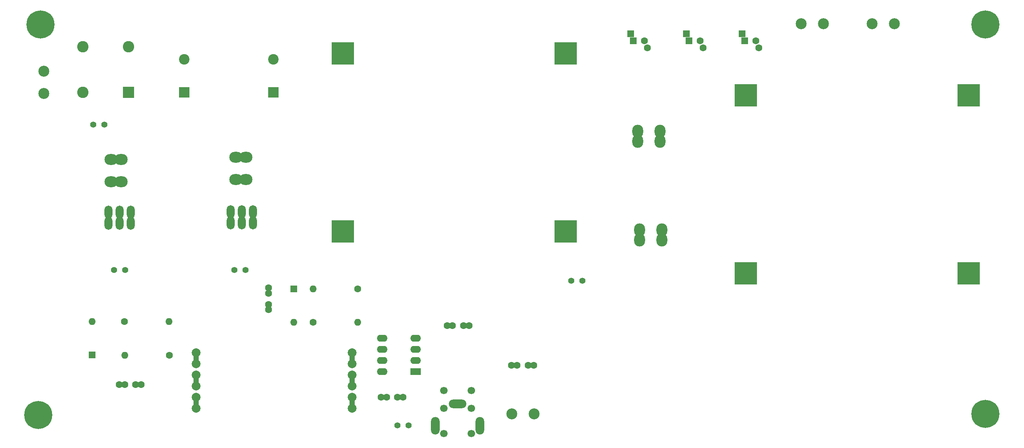
<source format=gbr>
%TF.GenerationSoftware,KiCad,Pcbnew,(6.0.10-0)*%
%TF.CreationDate,2023-02-08T17:30:20+03:00*%
%TF.ProjectId,EEEE2046_PCB_Template,45454545-3230-4343-965f-5043425f5465,rev?*%
%TF.SameCoordinates,Original*%
%TF.FileFunction,Soldermask,Bot*%
%TF.FilePolarity,Negative*%
%FSLAX46Y46*%
G04 Gerber Fmt 4.6, Leading zero omitted, Abs format (unit mm)*
G04 Created by KiCad (PCBNEW (6.0.10-0)) date 2023-02-08 17:30:20*
%MOMM*%
%LPD*%
G01*
G04 APERTURE LIST*
%ADD10C,0.800000*%
%ADD11C,6.400000*%
%ADD12C,2.000000*%
%ADD13R,1.270000X2.540000*%
%ADD14R,2.600000X2.600000*%
%ADD15C,2.600000*%
%ADD16O,3.000000X2.500000*%
%ADD17R,2.400000X2.400000*%
%ADD18C,2.400000*%
%ADD19O,2.500000X3.000000*%
%ADD20C,1.700000*%
%ADD21O,2.000000X4.000000*%
%ADD22O,4.000000X2.000000*%
%ADD23C,1.600000*%
%ADD24R,1.600000X1.600000*%
%ADD25O,1.600000X1.600000*%
%ADD26R,5.080000X5.080000*%
%ADD27C,2.500000*%
%ADD28C,1.400000*%
%ADD29O,1.800000X3.000000*%
%ADD30O,2.400000X1.600000*%
%ADD31R,2.400000X1.600000*%
G04 APERTURE END LIST*
D10*
%TO.C,H2*%
X38544800Y-27686000D03*
X42641856Y-25988944D03*
X40944800Y-30086000D03*
D11*
X40944800Y-27686000D03*
D10*
X43344800Y-27686000D03*
X39247744Y-25988944D03*
X40944800Y-25286000D03*
X39247744Y-29383056D03*
X42641856Y-29383056D03*
%TD*%
%TO.C,H4*%
X40436800Y-114440000D03*
X40436800Y-119240000D03*
X38739744Y-115142944D03*
X38036800Y-116840000D03*
X42133856Y-115142944D03*
X38739744Y-118537056D03*
D11*
X40436800Y-116840000D03*
D10*
X42133856Y-118537056D03*
X42836800Y-116840000D03*
%TD*%
D12*
%TO.C,U15*%
X111963200Y-115341400D03*
D13*
X111963200Y-114071400D03*
D12*
X111963200Y-112801400D03*
D13*
X76403200Y-114071400D03*
D12*
X76403200Y-112801400D03*
X76403200Y-115341400D03*
D13*
X111963200Y-108991400D03*
D12*
X111963200Y-110261400D03*
X111963200Y-107721400D03*
X111963200Y-105181400D03*
X111963200Y-102641400D03*
D13*
X111963200Y-103911400D03*
D12*
X76403200Y-110261400D03*
X76403200Y-107721400D03*
D13*
X76403200Y-108991400D03*
D12*
X76403200Y-102641400D03*
X76403200Y-105181400D03*
D13*
X76403200Y-103911400D03*
%TD*%
D14*
%TO.C,U6*%
X60960000Y-43180000D03*
D15*
X60960000Y-32780000D03*
X50560000Y-32780000D03*
X50560000Y-43180000D03*
%TD*%
D16*
%TO.C,U17*%
X85430000Y-58029200D03*
X87716000Y-58029200D03*
X87716000Y-63109200D03*
X85430000Y-63109200D03*
%TD*%
D17*
%TO.C,U11*%
X73660000Y-43180000D03*
D18*
X73660000Y-35680000D03*
%TD*%
D19*
%TO.C,U31*%
X182575200Y-74558800D03*
X182575200Y-76844800D03*
X177495200Y-74558800D03*
X177495200Y-76844800D03*
%TD*%
D20*
%TO.C,U42*%
X132841200Y-111286800D03*
X132841200Y-115286800D03*
X139141200Y-121086800D03*
X139141200Y-111286800D03*
X139141200Y-115286800D03*
D21*
X130891200Y-119286800D03*
D20*
X132841200Y-121086800D03*
D22*
X135991200Y-114286800D03*
D21*
X141091200Y-119286800D03*
%TD*%
D17*
%TO.C,U12*%
X93980000Y-43180000D03*
D18*
X93980000Y-35680000D03*
%TD*%
D23*
%TO.C,U14*%
X118556400Y-112776000D03*
X119806400Y-112776000D03*
X123556400Y-112776000D03*
X122306400Y-112776000D03*
%TD*%
D19*
%TO.C,U33*%
X177088800Y-52085600D03*
X177088800Y-54371600D03*
X182168800Y-52085600D03*
X182168800Y-54371600D03*
%TD*%
D10*
%TO.C,H2*%
X253922102Y-27722102D03*
X258019158Y-26025046D03*
X256322102Y-30122102D03*
D11*
X256322102Y-27722102D03*
D10*
X258722102Y-27722102D03*
X254625046Y-26025046D03*
X256322102Y-25322102D03*
X254625046Y-29419158D03*
X258019158Y-29419158D03*
%TD*%
D24*
%TO.C,U36*%
X188772723Y-31394400D03*
X188101786Y-29794400D03*
D23*
X191943660Y-32994400D03*
X191272723Y-31394400D03*
%TD*%
%TO.C,U25*%
X70269200Y-103182800D03*
D25*
X60109200Y-103182800D03*
%TD*%
D10*
%TO.C,H4*%
X256322102Y-114222102D03*
X256322102Y-119022102D03*
X254625046Y-114925046D03*
X253922102Y-116622102D03*
X258019158Y-114925046D03*
X254625046Y-118319158D03*
D11*
X256322102Y-116622102D03*
D10*
X258019158Y-118319158D03*
X258722102Y-116622102D03*
%TD*%
D12*
%TO.C,U34*%
X253796800Y-83210400D03*
X253796800Y-85750400D03*
X251256800Y-42570400D03*
X253796800Y-42570400D03*
D26*
X252526800Y-84480400D03*
D12*
X251256800Y-83210400D03*
X253796800Y-45110400D03*
X251256800Y-45110400D03*
D26*
X252526800Y-43840400D03*
D12*
X251256800Y-85750400D03*
X200456800Y-45110400D03*
D26*
X201726800Y-43840400D03*
D12*
X200456800Y-42570400D03*
X202996800Y-42570400D03*
X202996800Y-45110400D03*
X202996800Y-83210400D03*
X202996800Y-85750400D03*
X200456800Y-83210400D03*
D26*
X201726800Y-84480400D03*
D12*
X200456800Y-85750400D03*
%TD*%
D24*
%TO.C,U21*%
X98628200Y-88036400D03*
D25*
X98628200Y-95656400D03*
%TD*%
D27*
%TO.C,U44*%
X219390600Y-27541600D03*
X214310600Y-27541600D03*
%TD*%
D28*
%TO.C,U7*%
X60228800Y-83769200D03*
X57688800Y-83769200D03*
%TD*%
D23*
%TO.C,U28*%
X60045600Y-95504000D03*
D25*
X70205600Y-95504000D03*
%TD*%
D23*
%TO.C,U39*%
X149555200Y-105463400D03*
X148305200Y-105463400D03*
X152055200Y-105463400D03*
X153305200Y-105463400D03*
%TD*%
%TO.C,U18*%
X92913200Y-87822400D03*
X92913200Y-89072400D03*
X92913200Y-91572400D03*
X92913200Y-92822400D03*
%TD*%
%TO.C,U37*%
X137343200Y-96418400D03*
X138593200Y-96418400D03*
X133593200Y-96418400D03*
X134843200Y-96418400D03*
%TD*%
D12*
%TO.C,U26*%
X111125000Y-33020000D03*
X108585000Y-35560000D03*
X108585000Y-33020000D03*
D26*
X109855000Y-34290000D03*
D12*
X111125000Y-35560000D03*
D26*
X109855000Y-74930000D03*
D12*
X111125000Y-73660000D03*
X108585000Y-76200000D03*
X108585000Y-73660000D03*
X111125000Y-76200000D03*
X161925000Y-35560000D03*
D26*
X160655000Y-34290000D03*
D12*
X159385000Y-35560000D03*
X161925000Y-33020000D03*
X159385000Y-33020000D03*
D26*
X160655000Y-74930000D03*
D12*
X159385000Y-73660000D03*
X161925000Y-76200000D03*
X161925000Y-73660000D03*
X159385000Y-76200000D03*
%TD*%
D28*
%TO.C,U10*%
X161899600Y-86207600D03*
X164439600Y-86207600D03*
%TD*%
D23*
%TO.C,U19*%
X60096400Y-109880400D03*
X58846400Y-109880400D03*
X62596400Y-109880400D03*
X63846400Y-109880400D03*
%TD*%
D28*
%TO.C,U3*%
X87610000Y-83769200D03*
X85070000Y-83769200D03*
%TD*%
D24*
%TO.C,U38*%
X201472723Y-31394400D03*
X200801786Y-29794400D03*
D23*
X203972723Y-31394400D03*
X204643660Y-32994400D03*
%TD*%
D24*
%TO.C,U40*%
X176072723Y-31394400D03*
X175401786Y-29794400D03*
D23*
X179243660Y-32994400D03*
X178572723Y-31394400D03*
%TD*%
D29*
%TO.C,U16*%
X61493400Y-70535800D03*
X61493400Y-73075800D03*
X58953400Y-70535800D03*
X58953400Y-73075800D03*
X56413400Y-73075800D03*
X56413400Y-70535800D03*
%TD*%
D23*
%TO.C,U24*%
X113233200Y-88036400D03*
D25*
X103073200Y-88036400D03*
%TD*%
D24*
%TO.C,U22*%
X52710400Y-103124000D03*
D25*
X52710400Y-95504000D03*
%TD*%
D23*
%TO.C,U27*%
X103073200Y-95656400D03*
D25*
X113233200Y-95656400D03*
%TD*%
D27*
%TO.C,U45*%
X235519600Y-27541600D03*
X230439600Y-27541600D03*
%TD*%
D28*
%TO.C,U9*%
X55453600Y-50520600D03*
X52913600Y-50520600D03*
%TD*%
D27*
%TO.C,U41*%
X148325200Y-116603400D03*
X153405200Y-116603400D03*
%TD*%
D16*
%TO.C,U23*%
X56982000Y-58537200D03*
X59268000Y-58537200D03*
X59268000Y-63617200D03*
X56982000Y-63617200D03*
%TD*%
D30*
%TO.C,U5*%
X118760400Y-106924000D03*
X118760400Y-104384000D03*
X118760400Y-101844000D03*
X118760400Y-99304000D03*
X126380400Y-99304000D03*
X126380400Y-101844000D03*
X126380400Y-104384000D03*
D31*
X126380400Y-106924000D03*
%TD*%
D28*
%TO.C,U1*%
X122295600Y-119227600D03*
X124835600Y-119227600D03*
%TD*%
D27*
%TO.C,U43*%
X41664000Y-38394000D03*
X41664000Y-43474000D03*
%TD*%
D29*
%TO.C,U20*%
X89306400Y-70408800D03*
X89306400Y-72948800D03*
X86766400Y-72948800D03*
X86766400Y-70408800D03*
X84226400Y-70408800D03*
X84226400Y-72948800D03*
%TD*%
M02*

</source>
